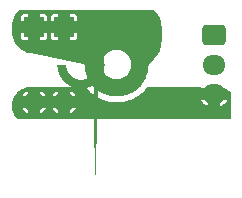
<source format=gbr>
%TF.GenerationSoftware,KiCad,Pcbnew,8.0.8*%
%TF.CreationDate,2025-02-20T21:47:34+11:00*%
%TF.ProjectId,Hotglue Switch,486f7467-6c75-4652-9053-77697463682e,rev?*%
%TF.SameCoordinates,Original*%
%TF.FileFunction,Copper,L2,Bot*%
%TF.FilePolarity,Positive*%
%FSLAX46Y46*%
G04 Gerber Fmt 4.6, Leading zero omitted, Abs format (unit mm)*
G04 Created by KiCad (PCBNEW 8.0.8) date 2025-02-20 21:47:34*
%MOMM*%
%LPD*%
G01*
G04 APERTURE LIST*
G04 Aperture macros list*
%AMRoundRect*
0 Rectangle with rounded corners*
0 $1 Rounding radius*
0 $2 $3 $4 $5 $6 $7 $8 $9 X,Y pos of 4 corners*
0 Add a 4 corners polygon primitive as box body*
4,1,4,$2,$3,$4,$5,$6,$7,$8,$9,$2,$3,0*
0 Add four circle primitives for the rounded corners*
1,1,$1+$1,$2,$3*
1,1,$1+$1,$4,$5*
1,1,$1+$1,$6,$7*
1,1,$1+$1,$8,$9*
0 Add four rect primitives between the rounded corners*
20,1,$1+$1,$2,$3,$4,$5,0*
20,1,$1+$1,$4,$5,$6,$7,0*
20,1,$1+$1,$6,$7,$8,$9,0*
20,1,$1+$1,$8,$9,$2,$3,0*%
%AMFreePoly0*
4,1,85,-1.240370,1.979643,-0.961535,1.918986,-0.694170,1.819264,-0.443718,1.682507,-0.215279,1.511499,-0.013501,1.309721,0.157507,1.081282,0.294264,0.830830,0.393986,0.563465,0.454643,0.284630,0.475000,0.000000,0.454643,-0.284630,0.393986,-0.563465,0.294264,-0.830830,0.157507,-1.081282,-0.013501,-1.309721,-0.215279,-1.511499,-0.443718,-1.682507,-0.694170,-1.819264,-0.961535,-1.918986,
-1.240370,-1.979643,-1.525000,-2.000000,-1.809630,-1.979643,-2.088465,-1.918986,-2.355830,-1.819264,-2.606282,-1.682507,-2.834721,-1.511499,-3.036499,-1.309721,-3.207507,-1.081282,-3.344264,-0.830830,-3.443986,-0.563465,-3.504643,-0.284630,-3.525000,0.000000,-2.779775,0.000000,-2.760712,-0.217889,-2.704103,-0.429158,-2.611667,-0.627388,-2.486213,-0.806554,-2.331554,-0.961213,-2.152388,-1.086667,
-1.954158,-1.179103,-1.742889,-1.235712,-1.525000,-1.254775,-1.307111,-1.235712,-1.095842,-1.179103,-0.897612,-1.086667,-0.718446,-0.961213,-0.563787,-0.806554,-0.438333,-0.627388,-0.345897,-0.429158,-0.289288,-0.217889,-0.271683,-0.016674,-0.275000,0.000000,-0.271683,0.016674,-0.289288,0.217889,-0.345897,0.429158,-0.438333,0.627387,-0.563787,0.806554,-0.718446,0.961213,-0.897612,1.086667,
-1.095842,1.179103,-1.307111,1.235712,-1.525000,1.254775,-1.742889,1.235712,-1.954158,1.179103,-2.152387,1.086667,-2.331554,0.961213,-2.486213,0.806554,-2.611667,0.627387,-2.704103,0.429158,-2.760712,0.217889,-2.779775,0.000000,-3.525000,0.000000,-3.504643,0.284630,-3.443986,0.563465,-3.344264,0.830830,-3.207507,1.081282,-3.036499,1.309721,-2.834721,1.511499,-2.606282,1.682507,
-2.355830,1.819264,-2.088465,1.918986,-1.809630,1.979643,-1.525000,2.000000,-1.240370,1.979643,-1.240370,1.979643,$1*%
G04 Aperture macros list end*
%TA.AperFunction,ComponentPad*%
%ADD10R,1.700000X1.700000*%
%TD*%
%TA.AperFunction,ComponentPad*%
%ADD11O,1.700000X1.700000*%
%TD*%
%TA.AperFunction,ComponentPad*%
%ADD12RoundRect,0.250000X-0.725000X0.600000X-0.725000X-0.600000X0.725000X-0.600000X0.725000X0.600000X0*%
%TD*%
%TA.AperFunction,ComponentPad*%
%ADD13O,1.950000X1.700000*%
%TD*%
%TA.AperFunction,SMDPad,CuDef*%
%ADD14C,0.550000*%
%TD*%
%TA.AperFunction,SMDPad,CuDef*%
%ADD15FreePoly0,180.000000*%
%TD*%
%TA.AperFunction,ViaPad*%
%ADD16C,0.800000*%
%TD*%
%TA.AperFunction,Conductor*%
%ADD17C,1.000000*%
%TD*%
G04 APERTURE END LIST*
D10*
%TO.P,J8,1,Pin_1*%
%TO.N,/BATT SWITCH*%
X73655000Y-47625000D03*
%TO.P,J8,2,Pin_2*%
X76195000Y-47625000D03*
%TD*%
D11*
%TO.P,J9,1,Pin_1*%
%TO.N,-BATT*%
X73655000Y-53975000D03*
%TO.P,J9,2,Pin_2*%
X76195000Y-53975000D03*
%TD*%
D12*
%TO.P,J3,1,Pin_1*%
%TO.N,+BATT*%
X88900000Y-48300000D03*
D13*
%TO.P,J3,2,Pin_2*%
%TO.N,/3.7V*%
X88900000Y-50800000D03*
%TO.P,J3,3,Pin_3*%
%TO.N,-BATT*%
X88900000Y-53300000D03*
%TD*%
D14*
%TO.P,H4,1,1*%
%TO.N,/BATT SWITCH*%
X82170000Y-50800000D03*
X80645000Y-52325000D03*
X80645000Y-49275000D03*
D15*
X79120000Y-50800000D03*
%TD*%
D16*
%TO.N,/BATT SWITCH*%
X83820000Y-48920000D03*
%TD*%
D17*
%TO.N,/BATT SWITCH*%
X83690000Y-49050000D02*
X80645000Y-49050000D01*
X83820000Y-48920000D02*
X83690000Y-49050000D01*
%TD*%
%TA.AperFunction,Conductor*%
%TO.N,/BATT SWITCH*%
G36*
X83847065Y-46234852D02*
G01*
X83987220Y-46375007D01*
X83991799Y-46380290D01*
X84150491Y-46592278D01*
X84154270Y-46598160D01*
X84281166Y-46830552D01*
X84284071Y-46836911D01*
X84376610Y-47085019D01*
X84378579Y-47091727D01*
X84434864Y-47350465D01*
X84435859Y-47357385D01*
X84454875Y-47623252D01*
X84455000Y-47626748D01*
X84455000Y-48777401D01*
X84454874Y-48780918D01*
X84434651Y-49061972D01*
X84433644Y-49068932D01*
X84373773Y-49342466D01*
X84371780Y-49349211D01*
X84273366Y-49611358D01*
X84270428Y-49617748D01*
X84135496Y-49863108D01*
X84131673Y-49869011D01*
X83961949Y-50093929D01*
X83959737Y-50096650D01*
X83764551Y-50319973D01*
X83452283Y-50677252D01*
X83452281Y-50677254D01*
X83345000Y-50800000D01*
X83325314Y-50474551D01*
X83266543Y-50153848D01*
X83169544Y-49842567D01*
X83035731Y-49545247D01*
X82867056Y-49266225D01*
X82665979Y-49009569D01*
X82435431Y-48779021D01*
X82178775Y-48577944D01*
X81899753Y-48409269D01*
X81602433Y-48275456D01*
X81291152Y-48178457D01*
X80970449Y-48119686D01*
X80645000Y-48100000D01*
X80319551Y-48119686D01*
X79998848Y-48178457D01*
X79687567Y-48275456D01*
X79390247Y-48409269D01*
X79111225Y-48577944D01*
X78854569Y-48779021D01*
X78624021Y-49009569D01*
X78422944Y-49266225D01*
X78254269Y-49545247D01*
X78120456Y-49842567D01*
X78023457Y-50153848D01*
X77964686Y-50474551D01*
X77945000Y-50800000D01*
X77785306Y-50767235D01*
X77785305Y-50767235D01*
X77785303Y-50767234D01*
X77785302Y-50767234D01*
X73354686Y-49858207D01*
X73351427Y-49857422D01*
X73092755Y-49785614D01*
X73086437Y-49783384D01*
X72924204Y-49713330D01*
X72841539Y-49677634D01*
X72835593Y-49674568D01*
X72607403Y-49536394D01*
X72601922Y-49532540D01*
X72559456Y-49498107D01*
X72394709Y-49364524D01*
X72389816Y-49359968D01*
X72207463Y-49165259D01*
X72203235Y-49160075D01*
X72049148Y-48942308D01*
X72045667Y-48936598D01*
X71922725Y-48699843D01*
X71920056Y-48693710D01*
X71850941Y-48499629D01*
X72555000Y-48499629D01*
X72569503Y-48572542D01*
X72624759Y-48655240D01*
X72707457Y-48710496D01*
X72780370Y-48724999D01*
X72780376Y-48725000D01*
X73155000Y-48725000D01*
X74155000Y-48725000D01*
X74529624Y-48725000D01*
X74529629Y-48724999D01*
X74602542Y-48710496D01*
X74685240Y-48655240D01*
X74740496Y-48572542D01*
X74754999Y-48499629D01*
X75095000Y-48499629D01*
X75109503Y-48572542D01*
X75164759Y-48655240D01*
X75247457Y-48710496D01*
X75320370Y-48724999D01*
X75320376Y-48725000D01*
X75695000Y-48725000D01*
X76695000Y-48725000D01*
X77069624Y-48725000D01*
X77069629Y-48724999D01*
X77142542Y-48710496D01*
X77225240Y-48655240D01*
X77280496Y-48572542D01*
X77294999Y-48499629D01*
X77295000Y-48499624D01*
X77295000Y-48125000D01*
X76695000Y-48125000D01*
X76695000Y-48725000D01*
X75695000Y-48725000D01*
X75695000Y-48125000D01*
X75095000Y-48125000D01*
X75095000Y-48499629D01*
X74754999Y-48499629D01*
X74755000Y-48499624D01*
X74755000Y-48125000D01*
X74155000Y-48125000D01*
X74155000Y-48725000D01*
X73155000Y-48725000D01*
X73155000Y-48125000D01*
X72555000Y-48125000D01*
X72555000Y-48499629D01*
X71850941Y-48499629D01*
X71830562Y-48442402D01*
X71828753Y-48435957D01*
X71774381Y-48174799D01*
X71773467Y-48168162D01*
X71770509Y-48125000D01*
X71755115Y-47900357D01*
X71755000Y-47897007D01*
X71755000Y-47626748D01*
X71755125Y-47623252D01*
X71759708Y-47559174D01*
X73155000Y-47559174D01*
X73155000Y-47690826D01*
X73189075Y-47817993D01*
X73254901Y-47932007D01*
X73347993Y-48025099D01*
X73462007Y-48090925D01*
X73589174Y-48125000D01*
X73720826Y-48125000D01*
X73847993Y-48090925D01*
X73962007Y-48025099D01*
X74055099Y-47932007D01*
X74120925Y-47817993D01*
X74155000Y-47690826D01*
X74155000Y-47559174D01*
X75695000Y-47559174D01*
X75695000Y-47690826D01*
X75729075Y-47817993D01*
X75794901Y-47932007D01*
X75887993Y-48025099D01*
X76002007Y-48090925D01*
X76129174Y-48125000D01*
X76260826Y-48125000D01*
X76387993Y-48090925D01*
X76502007Y-48025099D01*
X76595099Y-47932007D01*
X76660925Y-47817993D01*
X76695000Y-47690826D01*
X76695000Y-47559174D01*
X76660925Y-47432007D01*
X76595099Y-47317993D01*
X76502007Y-47224901D01*
X76387993Y-47159075D01*
X76260826Y-47125000D01*
X76695000Y-47125000D01*
X77295000Y-47125000D01*
X77295000Y-46750376D01*
X77294999Y-46750370D01*
X77280496Y-46677457D01*
X77225240Y-46594759D01*
X77142542Y-46539503D01*
X77069629Y-46525000D01*
X76695000Y-46525000D01*
X76695000Y-47125000D01*
X76260826Y-47125000D01*
X76129174Y-47125000D01*
X76002007Y-47159075D01*
X75887993Y-47224901D01*
X75794901Y-47317993D01*
X75729075Y-47432007D01*
X75695000Y-47559174D01*
X74155000Y-47559174D01*
X74120925Y-47432007D01*
X74055099Y-47317993D01*
X73962007Y-47224901D01*
X73847993Y-47159075D01*
X73720826Y-47125000D01*
X74155000Y-47125000D01*
X74755000Y-47125000D01*
X74755000Y-46750376D01*
X74754999Y-46750370D01*
X75095000Y-46750370D01*
X75095000Y-47125000D01*
X75695000Y-47125000D01*
X75695000Y-46525000D01*
X75320370Y-46525000D01*
X75247457Y-46539503D01*
X75164759Y-46594759D01*
X75109503Y-46677457D01*
X75095000Y-46750370D01*
X74754999Y-46750370D01*
X74740496Y-46677457D01*
X74685240Y-46594759D01*
X74602542Y-46539503D01*
X74529629Y-46525000D01*
X74155000Y-46525000D01*
X74155000Y-47125000D01*
X73720826Y-47125000D01*
X73589174Y-47125000D01*
X73462007Y-47159075D01*
X73347993Y-47224901D01*
X73254901Y-47317993D01*
X73189075Y-47432007D01*
X73155000Y-47559174D01*
X71759708Y-47559174D01*
X71774140Y-47357385D01*
X71775135Y-47350465D01*
X71831420Y-47091727D01*
X71833389Y-47085019D01*
X71925932Y-46836902D01*
X71928828Y-46830562D01*
X71972616Y-46750370D01*
X72555000Y-46750370D01*
X72555000Y-47125000D01*
X73155000Y-47125000D01*
X73155000Y-46525000D01*
X72780370Y-46525000D01*
X72707457Y-46539503D01*
X72624759Y-46594759D01*
X72569503Y-46677457D01*
X72555000Y-46750370D01*
X71972616Y-46750370D01*
X72055733Y-46598153D01*
X72059503Y-46592285D01*
X72218206Y-46380281D01*
X72222772Y-46375014D01*
X72362935Y-46234852D01*
X72397583Y-46220500D01*
X83812417Y-46220500D01*
X83847065Y-46234852D01*
G37*
%TD.AperFunction*%
%TD*%
%TA.AperFunction,Conductor*%
%TO.N,-BATT*%
G36*
X78082902Y-52719352D02*
G01*
X78087720Y-52724959D01*
X78089918Y-52727946D01*
X78094221Y-52733709D01*
X78094257Y-52733757D01*
X78094297Y-52733810D01*
X78095134Y-52734914D01*
X78097318Y-52737747D01*
X78100042Y-52741282D01*
X78125453Y-52773715D01*
X78125457Y-52773720D01*
X78151060Y-52806401D01*
X78155869Y-52812442D01*
X78155910Y-52812493D01*
X78156840Y-52813643D01*
X78161571Y-52819406D01*
X78237482Y-52910493D01*
X78247417Y-52922056D01*
X78249380Y-52924272D01*
X78259695Y-52935567D01*
X78340992Y-53021930D01*
X78346370Y-53027556D01*
X78347401Y-53028618D01*
X78352656Y-53033950D01*
X78411049Y-53092343D01*
X78416381Y-53097598D01*
X78417443Y-53098629D01*
X78423069Y-53104007D01*
X78509432Y-53185304D01*
X78520727Y-53195619D01*
X78522943Y-53197582D01*
X78534506Y-53207517D01*
X78625593Y-53283428D01*
X78625626Y-53283455D01*
X78631322Y-53288131D01*
X78631357Y-53288159D01*
X78631396Y-53288191D01*
X78632545Y-53289120D01*
X78632601Y-53289164D01*
X78632604Y-53289167D01*
X78638593Y-53293935D01*
X78655913Y-53307504D01*
X78655915Y-53307507D01*
X78686895Y-53331778D01*
X78703728Y-53344966D01*
X78710084Y-53349864D01*
X78710972Y-53350537D01*
X78711222Y-53350727D01*
X78717023Y-53355060D01*
X78744053Y-53374948D01*
X78759693Y-53386456D01*
X78812518Y-53425325D01*
X78824922Y-53434167D01*
X78827357Y-53435848D01*
X78840075Y-53444346D01*
X78883933Y-53472703D01*
X78883950Y-53472715D01*
X78885176Y-53473508D01*
X78885179Y-53473510D01*
X78927340Y-53500769D01*
X78939710Y-53508767D01*
X78946079Y-53512818D01*
X78947101Y-53513458D01*
X78953805Y-53517581D01*
X79000875Y-53546036D01*
X79000891Y-53546046D01*
X79001204Y-53546235D01*
X79024581Y-53560366D01*
X79031007Y-53564186D01*
X79032256Y-53564916D01*
X79039001Y-53568789D01*
X79142333Y-53627069D01*
X79155828Y-53634412D01*
X79158449Y-53635787D01*
X79171993Y-53642635D01*
X79278610Y-53694547D01*
X79285517Y-53697845D01*
X79286858Y-53698473D01*
X79291078Y-53700411D01*
X79293775Y-53701650D01*
X79341533Y-53723144D01*
X79369098Y-53735550D01*
X79376119Y-53738646D01*
X79377478Y-53739233D01*
X79379615Y-53740137D01*
X79384480Y-53742196D01*
X79494017Y-53787567D01*
X79494041Y-53787576D01*
X79494047Y-53787579D01*
X79508147Y-53793173D01*
X79510564Y-53794090D01*
X79510940Y-53794233D01*
X79522370Y-53798372D01*
X79525363Y-53799456D01*
X79637488Y-53838148D01*
X79644996Y-53840673D01*
X79646400Y-53841133D01*
X79653398Y-53843370D01*
X79707809Y-53860325D01*
X79709258Y-53860777D01*
X79722995Y-53865056D01*
X79732303Y-53867957D01*
X79739541Y-53870153D01*
X79740906Y-53870556D01*
X79748293Y-53872676D01*
X79800979Y-53887364D01*
X79800982Y-53887365D01*
X79801567Y-53887528D01*
X79862541Y-53904526D01*
X79877212Y-53908379D01*
X79880086Y-53909088D01*
X79895070Y-53912544D01*
X79931379Y-53920337D01*
X79931380Y-53920338D01*
X79948317Y-53923973D01*
X79948317Y-53923974D01*
X80011087Y-53937448D01*
X80018807Y-53939042D01*
X80020178Y-53939314D01*
X80027422Y-53940696D01*
X80067532Y-53948047D01*
X80067591Y-53948059D01*
X80108692Y-53955591D01*
X80116076Y-53956887D01*
X80117477Y-53957122D01*
X80117511Y-53957127D01*
X80117562Y-53957136D01*
X80125216Y-53958361D01*
X80242466Y-53976206D01*
X80257570Y-53978272D01*
X80260509Y-53978629D01*
X80275719Y-53980244D01*
X80393813Y-53990975D01*
X80401284Y-53991598D01*
X80402759Y-53991710D01*
X80410507Y-53992238D01*
X80477070Y-53996265D01*
X80477075Y-53996266D01*
X80493012Y-53997230D01*
X80493119Y-53997235D01*
X80493141Y-53997237D01*
X80495702Y-53997372D01*
X80500579Y-53997631D01*
X80501562Y-53997675D01*
X80502005Y-53997696D01*
X80502028Y-53997696D01*
X80502031Y-53997697D01*
X80509721Y-53997987D01*
X80628256Y-54001568D01*
X80628287Y-54001568D01*
X80628305Y-54001569D01*
X80643493Y-54001799D01*
X80643520Y-54001799D01*
X80646507Y-54001799D01*
X80661695Y-54001569D01*
X80661711Y-54001568D01*
X80661745Y-54001568D01*
X80780279Y-53997987D01*
X80787983Y-53997696D01*
X80789434Y-53997630D01*
X80796986Y-53997230D01*
X80812923Y-53996266D01*
X80812928Y-53996265D01*
X80879492Y-53992238D01*
X80887240Y-53991710D01*
X80888715Y-53991598D01*
X80896186Y-53990975D01*
X81014280Y-53980244D01*
X81029490Y-53978629D01*
X81032429Y-53978272D01*
X81047533Y-53976206D01*
X81164783Y-53958361D01*
X81172437Y-53957136D01*
X81172507Y-53957124D01*
X81172521Y-53957122D01*
X81173922Y-53956887D01*
X81181282Y-53955595D01*
X81192424Y-53953553D01*
X81221915Y-53948149D01*
X81221930Y-53948146D01*
X81262578Y-53940696D01*
X81269820Y-53939314D01*
X81271191Y-53939042D01*
X81278907Y-53937448D01*
X81328115Y-53926885D01*
X81328120Y-53926885D01*
X81330645Y-53926343D01*
X81330647Y-53926343D01*
X81394931Y-53912544D01*
X81394965Y-53912536D01*
X81394975Y-53912534D01*
X81409863Y-53909100D01*
X81409891Y-53909092D01*
X81409913Y-53909088D01*
X81412787Y-53908379D01*
X81427462Y-53904525D01*
X81502936Y-53883484D01*
X81502935Y-53883483D01*
X81530028Y-53875931D01*
X81530030Y-53875929D01*
X81535982Y-53874270D01*
X81541604Y-53872704D01*
X81541633Y-53872695D01*
X81541700Y-53872677D01*
X81549092Y-53870556D01*
X81550457Y-53870153D01*
X81557689Y-53867959D01*
X81580734Y-53860779D01*
X81580756Y-53860772D01*
X81611714Y-53851125D01*
X81611713Y-53851124D01*
X81636594Y-53843372D01*
X81636671Y-53843347D01*
X81636850Y-53843291D01*
X81637711Y-53843022D01*
X81637755Y-53843000D01*
X81643703Y-53841099D01*
X81645109Y-53840638D01*
X81652511Y-53838148D01*
X81763060Y-53800000D01*
X87795204Y-53800000D01*
X87834196Y-53876524D01*
X87935968Y-54016603D01*
X87935972Y-54016608D01*
X88058392Y-54139028D01*
X88058396Y-54139031D01*
X88198469Y-54240800D01*
X88198472Y-54240802D01*
X88352750Y-54319411D01*
X88400000Y-54334763D01*
X88400000Y-54334762D01*
X89400000Y-54334762D01*
X89447249Y-54319411D01*
X89601527Y-54240802D01*
X89601530Y-54240800D01*
X89741603Y-54139031D01*
X89741608Y-54139028D01*
X89864028Y-54016608D01*
X89864031Y-54016603D01*
X89965803Y-53876524D01*
X90004796Y-53800000D01*
X89400000Y-53800000D01*
X89400000Y-54334762D01*
X88400000Y-54334762D01*
X88400000Y-53800000D01*
X87795204Y-53800000D01*
X81763060Y-53800000D01*
X81764636Y-53799456D01*
X81774622Y-53795839D01*
X81779058Y-53794233D01*
X81779070Y-53794228D01*
X81779085Y-53794223D01*
X81781852Y-53793173D01*
X81795952Y-53787579D01*
X81826321Y-53775000D01*
X81905518Y-53742196D01*
X81907566Y-53741328D01*
X81912521Y-53739233D01*
X81913880Y-53738646D01*
X81920901Y-53735550D01*
X81996221Y-53701651D01*
X82003141Y-53698473D01*
X82004482Y-53697845D01*
X82011389Y-53694547D01*
X82118006Y-53642635D01*
X82131550Y-53635787D01*
X82134171Y-53634412D01*
X82147666Y-53627069D01*
X82250998Y-53568789D01*
X82251031Y-53568769D01*
X82251102Y-53568730D01*
X82257599Y-53564999D01*
X82257650Y-53564970D01*
X82258927Y-53564224D01*
X82265841Y-53560111D01*
X82266154Y-53559921D01*
X82266159Y-53559930D01*
X82266233Y-53559873D01*
X82288795Y-53546235D01*
X82288964Y-53546133D01*
X82289000Y-53546110D01*
X82336230Y-53517558D01*
X82342865Y-53513477D01*
X82343974Y-53512783D01*
X82350277Y-53508773D01*
X82389066Y-53483694D01*
X82389067Y-53483694D01*
X82449919Y-53444350D01*
X82462642Y-53435848D01*
X82465077Y-53434167D01*
X82477481Y-53425325D01*
X82545946Y-53374948D01*
X82545951Y-53374944D01*
X82573005Y-53355037D01*
X82578865Y-53350660D01*
X82579970Y-53349822D01*
X82586265Y-53344969D01*
X82624528Y-53314992D01*
X82624542Y-53314982D01*
X82625958Y-53313871D01*
X82637562Y-53304781D01*
X82637561Y-53304780D01*
X82646044Y-53298135D01*
X82651372Y-53293962D01*
X82651478Y-53293877D01*
X82651635Y-53293754D01*
X82654039Y-53291870D01*
X82654601Y-53291390D01*
X82657493Y-53289089D01*
X82658643Y-53288159D01*
X82664406Y-53283428D01*
X82719558Y-53237465D01*
X88425000Y-53237465D01*
X88425000Y-53362535D01*
X88457370Y-53483343D01*
X88519905Y-53591657D01*
X88608343Y-53680095D01*
X88716657Y-53742630D01*
X88837465Y-53775000D01*
X88962535Y-53775000D01*
X89083343Y-53742630D01*
X89191657Y-53680095D01*
X89280095Y-53591657D01*
X89342630Y-53483343D01*
X89375000Y-53362535D01*
X89375000Y-53237465D01*
X89342630Y-53116657D01*
X89280095Y-53008343D01*
X89191657Y-52919905D01*
X89083343Y-52857370D01*
X88962535Y-52825000D01*
X88837465Y-52825000D01*
X88716657Y-52857370D01*
X88608343Y-52919905D01*
X88519905Y-53008343D01*
X88457370Y-53116657D01*
X88425000Y-53237465D01*
X82719558Y-53237465D01*
X82755493Y-53207517D01*
X82767056Y-53197582D01*
X82769272Y-53195619D01*
X82780567Y-53185304D01*
X82866930Y-53104007D01*
X82872556Y-53098629D01*
X82873618Y-53097598D01*
X82878950Y-53092343D01*
X82937343Y-53033950D01*
X82942598Y-53028618D01*
X82943629Y-53027556D01*
X82949007Y-53021930D01*
X83030304Y-52935567D01*
X83040619Y-52924272D01*
X83042582Y-52922056D01*
X83052517Y-52910493D01*
X83128428Y-52819406D01*
X83133159Y-52813643D01*
X83134089Y-52812493D01*
X83138962Y-52806372D01*
X83149781Y-52792562D01*
X83159468Y-52780198D01*
X83159476Y-52780187D01*
X83189969Y-52741265D01*
X83194822Y-52734970D01*
X83195660Y-52733865D01*
X83200037Y-52728005D01*
X83202278Y-52724960D01*
X83234372Y-52705558D01*
X83241745Y-52705000D01*
X87763649Y-52705000D01*
X87798297Y-52719352D01*
X87812649Y-52754000D01*
X87807308Y-52776246D01*
X87795205Y-52800000D01*
X89749835Y-52800000D01*
X89938210Y-52878027D01*
X90150609Y-53008186D01*
X90287324Y-53124951D01*
X90304349Y-53158364D01*
X90304500Y-53162209D01*
X90304500Y-55330500D01*
X90290148Y-55365148D01*
X90255500Y-55379500D01*
X72212210Y-55379500D01*
X72177562Y-55365148D01*
X72174950Y-55362323D01*
X72060689Y-55228540D01*
X72056170Y-55222320D01*
X71930041Y-55016497D01*
X71926550Y-55009645D01*
X71834174Y-54786627D01*
X71831798Y-54779315D01*
X71778317Y-54556553D01*
X71775443Y-54544584D01*
X71774243Y-54537003D01*
X71769363Y-54475000D01*
X72675144Y-54475000D01*
X72715752Y-54556553D01*
X72715755Y-54556557D01*
X72838604Y-54719237D01*
X72838607Y-54719240D01*
X72989257Y-54856576D01*
X73154999Y-54959200D01*
X73155000Y-54959200D01*
X74155000Y-54959200D01*
X74320742Y-54856576D01*
X74471392Y-54719240D01*
X74471395Y-54719237D01*
X74594244Y-54556557D01*
X74594247Y-54556553D01*
X74634855Y-54475000D01*
X75215144Y-54475000D01*
X75255752Y-54556553D01*
X75255755Y-54556557D01*
X75378604Y-54719237D01*
X75378607Y-54719240D01*
X75529257Y-54856576D01*
X75694999Y-54959200D01*
X75695000Y-54959200D01*
X76695000Y-54959200D01*
X76860742Y-54856576D01*
X77011392Y-54719240D01*
X77011395Y-54719237D01*
X77134244Y-54556557D01*
X77134247Y-54556553D01*
X77174855Y-54475000D01*
X76695000Y-54475000D01*
X76695000Y-54959200D01*
X75695000Y-54959200D01*
X75695000Y-54475000D01*
X75215144Y-54475000D01*
X74634855Y-54475000D01*
X74155000Y-54475000D01*
X74155000Y-54959200D01*
X73155000Y-54959200D01*
X73155000Y-54475000D01*
X72675144Y-54475000D01*
X71769363Y-54475000D01*
X71755302Y-54296337D01*
X71755302Y-54288662D01*
X71774243Y-54047994D01*
X71775443Y-54040417D01*
X71806952Y-53909174D01*
X73155000Y-53909174D01*
X73155000Y-54040826D01*
X73189075Y-54167993D01*
X73254901Y-54282007D01*
X73347993Y-54375099D01*
X73462007Y-54440925D01*
X73589174Y-54475000D01*
X73720826Y-54475000D01*
X73847993Y-54440925D01*
X73962007Y-54375099D01*
X74055099Y-54282007D01*
X74120925Y-54167993D01*
X74155000Y-54040826D01*
X74155000Y-53909174D01*
X75695000Y-53909174D01*
X75695000Y-54040826D01*
X75729075Y-54167993D01*
X75794901Y-54282007D01*
X75887993Y-54375099D01*
X76002007Y-54440925D01*
X76129174Y-54475000D01*
X76260826Y-54475000D01*
X76387993Y-54440925D01*
X76502007Y-54375099D01*
X76595099Y-54282007D01*
X76660925Y-54167993D01*
X76695000Y-54040826D01*
X76695000Y-53909174D01*
X76660925Y-53782007D01*
X76595099Y-53667993D01*
X76502007Y-53574901D01*
X76387993Y-53509075D01*
X76260826Y-53475000D01*
X76695000Y-53475000D01*
X77174856Y-53475000D01*
X77174855Y-53474999D01*
X77134247Y-53393446D01*
X77134244Y-53393442D01*
X77011395Y-53230762D01*
X77011392Y-53230759D01*
X76860741Y-53093422D01*
X76695000Y-52990797D01*
X76695000Y-53475000D01*
X76260826Y-53475000D01*
X76129174Y-53475000D01*
X76002007Y-53509075D01*
X75887993Y-53574901D01*
X75794901Y-53667993D01*
X75729075Y-53782007D01*
X75695000Y-53909174D01*
X74155000Y-53909174D01*
X74120925Y-53782007D01*
X74055099Y-53667993D01*
X73962007Y-53574901D01*
X73847993Y-53509075D01*
X73720826Y-53475000D01*
X74155000Y-53475000D01*
X74634856Y-53475000D01*
X74634855Y-53474999D01*
X75215144Y-53474999D01*
X75215144Y-53475000D01*
X75695000Y-53475000D01*
X75695000Y-52990798D01*
X75694999Y-52990797D01*
X75529258Y-53093422D01*
X75378607Y-53230759D01*
X75378604Y-53230762D01*
X75255755Y-53393442D01*
X75255752Y-53393446D01*
X75215144Y-53474999D01*
X74634855Y-53474999D01*
X74594247Y-53393446D01*
X74594244Y-53393442D01*
X74471395Y-53230762D01*
X74471392Y-53230759D01*
X74320741Y-53093422D01*
X74155000Y-52990797D01*
X74155000Y-53475000D01*
X73720826Y-53475000D01*
X73589174Y-53475000D01*
X73462007Y-53509075D01*
X73347993Y-53574901D01*
X73254901Y-53667993D01*
X73189075Y-53782007D01*
X73155000Y-53909174D01*
X71806952Y-53909174D01*
X71831798Y-53805681D01*
X71834174Y-53798372D01*
X71926554Y-53575346D01*
X71930036Y-53568510D01*
X71987340Y-53474999D01*
X72675144Y-53474999D01*
X72675144Y-53475000D01*
X73155000Y-53475000D01*
X73155000Y-52990798D01*
X73154999Y-52990797D01*
X72989258Y-53093422D01*
X72838607Y-53230759D01*
X72838604Y-53230762D01*
X72715755Y-53393442D01*
X72715752Y-53393446D01*
X72675144Y-53474999D01*
X71987340Y-53474999D01*
X72056177Y-53362669D01*
X72060682Y-53356468D01*
X72217468Y-53172894D01*
X72222894Y-53167468D01*
X72406468Y-53010682D01*
X72412669Y-53006177D01*
X72618510Y-52880036D01*
X72625346Y-52876554D01*
X72848374Y-52784173D01*
X72855681Y-52781798D01*
X73090417Y-52725443D01*
X73097996Y-52724243D01*
X73335410Y-52705558D01*
X73340582Y-52705151D01*
X73344426Y-52705000D01*
X78048254Y-52705000D01*
X78082902Y-52719352D01*
G37*
%TD.AperFunction*%
%TD*%
%TA.AperFunction,Conductor*%
%TO.N,/BATT SWITCH*%
G36*
X80970449Y-48119686D02*
G01*
X81291152Y-48178457D01*
X81602433Y-48275456D01*
X81899753Y-48409269D01*
X82178775Y-48577944D01*
X82435431Y-48779021D01*
X82665979Y-49009569D01*
X82867056Y-49266225D01*
X83035731Y-49545247D01*
X83169544Y-49842567D01*
X83266543Y-50153848D01*
X83325314Y-50474551D01*
X83345000Y-50800000D01*
X83335157Y-50962720D01*
X83335155Y-50962735D01*
X83332660Y-51003967D01*
X83332549Y-51005441D01*
X83321818Y-51123535D01*
X83321461Y-51126474D01*
X83303616Y-51243724D01*
X83303371Y-51245183D01*
X83288488Y-51326401D01*
X83288200Y-51327853D01*
X83263302Y-51443839D01*
X83262593Y-51446713D01*
X83230751Y-51560936D01*
X83230332Y-51562356D01*
X83205760Y-51641209D01*
X83205299Y-51642615D01*
X83166607Y-51754740D01*
X83165557Y-51757507D01*
X83120172Y-51867077D01*
X83119585Y-51868436D01*
X83085686Y-51943756D01*
X83085058Y-51945097D01*
X83033146Y-52051714D01*
X83031771Y-52054335D01*
X82973491Y-52157667D01*
X82972745Y-52158944D01*
X82930011Y-52229634D01*
X82929246Y-52230858D01*
X82864849Y-52330457D01*
X82863168Y-52332892D01*
X82812791Y-52401357D01*
X82792884Y-52428411D01*
X82792046Y-52429516D01*
X82761553Y-52468438D01*
X82751866Y-52480802D01*
X82741033Y-52494630D01*
X82740103Y-52495780D01*
X82664192Y-52586867D01*
X82662229Y-52589083D01*
X82580932Y-52675446D01*
X82579901Y-52676508D01*
X82521508Y-52734901D01*
X82520446Y-52735932D01*
X82434083Y-52817229D01*
X82431867Y-52819192D01*
X82340780Y-52895103D01*
X82339630Y-52896033D01*
X82325802Y-52906866D01*
X82313438Y-52916553D01*
X82274516Y-52947046D01*
X82273411Y-52947884D01*
X82246357Y-52967791D01*
X82177892Y-53018168D01*
X82175457Y-53019849D01*
X82114605Y-53059193D01*
X82075816Y-53084272D01*
X82074707Y-53084966D01*
X82027293Y-53113630D01*
X82004677Y-53127301D01*
X82003944Y-53127745D01*
X82002667Y-53128491D01*
X81899335Y-53186771D01*
X81896714Y-53188146D01*
X81790097Y-53240058D01*
X81788756Y-53240686D01*
X81713436Y-53274585D01*
X81712077Y-53275172D01*
X81602507Y-53320557D01*
X81599740Y-53321607D01*
X81487615Y-53360299D01*
X81486209Y-53360760D01*
X81461325Y-53368514D01*
X81430367Y-53378161D01*
X81407322Y-53385341D01*
X81405957Y-53385744D01*
X81367187Y-53396552D01*
X81291713Y-53417593D01*
X81288839Y-53418302D01*
X81224555Y-53432101D01*
X81172819Y-53443206D01*
X81171448Y-53443478D01*
X81130800Y-53450928D01*
X81090183Y-53458371D01*
X81088724Y-53458616D01*
X80971474Y-53476461D01*
X80968535Y-53476818D01*
X80850441Y-53487549D01*
X80848966Y-53487661D01*
X80782402Y-53491688D01*
X80766465Y-53492652D01*
X80765014Y-53492718D01*
X80646480Y-53496299D01*
X80643520Y-53496299D01*
X80524985Y-53492718D01*
X80523533Y-53492652D01*
X80507596Y-53491688D01*
X80441033Y-53487661D01*
X80439558Y-53487549D01*
X80321464Y-53476818D01*
X80318525Y-53476461D01*
X80201275Y-53458616D01*
X80199816Y-53458371D01*
X80159199Y-53450928D01*
X80118550Y-53443478D01*
X80117179Y-53443206D01*
X80054409Y-53429732D01*
X80001160Y-53418302D01*
X79998286Y-53417593D01*
X79937312Y-53400595D01*
X79884041Y-53385744D01*
X79882676Y-53385341D01*
X79859632Y-53378161D01*
X79803788Y-53360759D01*
X79802384Y-53360299D01*
X79690259Y-53321607D01*
X79687492Y-53320557D01*
X79577922Y-53275172D01*
X79576563Y-53274585D01*
X79501243Y-53240686D01*
X79499902Y-53240058D01*
X79393285Y-53188146D01*
X79390664Y-53186771D01*
X79287332Y-53128491D01*
X79286083Y-53127761D01*
X79262706Y-53113630D01*
X79215291Y-53084966D01*
X79214182Y-53084272D01*
X79159640Y-53049008D01*
X79114542Y-53019849D01*
X79112107Y-53018168D01*
X79059282Y-52979299D01*
X79016586Y-52947883D01*
X79015482Y-52947046D01*
X78976561Y-52916553D01*
X78950368Y-52896032D01*
X78949219Y-52895103D01*
X78858132Y-52819192D01*
X78855916Y-52817229D01*
X78769553Y-52735932D01*
X78768491Y-52734901D01*
X78710098Y-52676508D01*
X78709067Y-52675446D01*
X78627770Y-52589083D01*
X78625807Y-52586867D01*
X78549896Y-52495780D01*
X78548966Y-52494630D01*
X78528446Y-52468438D01*
X78497952Y-52429516D01*
X78497115Y-52428412D01*
X78426831Y-52332892D01*
X78425150Y-52330457D01*
X78402624Y-52295618D01*
X78360732Y-52230824D01*
X78360016Y-52229681D01*
X78317225Y-52158895D01*
X78316508Y-52157667D01*
X78258228Y-52054335D01*
X78256860Y-52051728D01*
X78204933Y-51945080D01*
X78204313Y-51943756D01*
X78170414Y-51868436D01*
X78169827Y-51867077D01*
X78124442Y-51757507D01*
X78123392Y-51754740D01*
X78119978Y-51744849D01*
X78084686Y-51642575D01*
X78084253Y-51641251D01*
X78059660Y-51562332D01*
X78059248Y-51560936D01*
X78029827Y-51455399D01*
X78027403Y-51446703D01*
X78026697Y-51443839D01*
X78001791Y-51327815D01*
X78001519Y-51326443D01*
X77986625Y-51245167D01*
X77986383Y-51243724D01*
X77968538Y-51126474D01*
X77968181Y-51123535D01*
X77957450Y-51005441D01*
X77957338Y-51003967D01*
X77954843Y-50962725D01*
X77945000Y-50800000D01*
X77950953Y-50701583D01*
X79394500Y-50701583D01*
X79394500Y-50898416D01*
X79425290Y-51092823D01*
X79425291Y-51092826D01*
X79486116Y-51280026D01*
X79575472Y-51455399D01*
X79575475Y-51455403D01*
X79575476Y-51455405D01*
X79691172Y-51614646D01*
X79691174Y-51614648D01*
X79691177Y-51614652D01*
X79830347Y-51753822D01*
X79830350Y-51753824D01*
X79830354Y-51753828D01*
X79989595Y-51869524D01*
X79989597Y-51869525D01*
X79989600Y-51869527D01*
X80135284Y-51943756D01*
X80164975Y-51958884D01*
X80352174Y-52019709D01*
X80546583Y-52050500D01*
X80546584Y-52050500D01*
X80743416Y-52050500D01*
X80743417Y-52050500D01*
X80937826Y-52019709D01*
X81125025Y-51958884D01*
X81300405Y-51869524D01*
X81459646Y-51753828D01*
X81598828Y-51614646D01*
X81714524Y-51455405D01*
X81803884Y-51280025D01*
X81864709Y-51092826D01*
X81895500Y-50898417D01*
X81895500Y-50701583D01*
X81864709Y-50507174D01*
X81803884Y-50319975D01*
X81714524Y-50144595D01*
X81598828Y-49985354D01*
X81598824Y-49985350D01*
X81598822Y-49985347D01*
X81459652Y-49846177D01*
X81459653Y-49846177D01*
X81300399Y-49730472D01*
X81125026Y-49641116D01*
X80937826Y-49580291D01*
X80937823Y-49580290D01*
X80788482Y-49556637D01*
X80743417Y-49549500D01*
X80546583Y-49549500D01*
X80509998Y-49555294D01*
X80352176Y-49580290D01*
X80352173Y-49580291D01*
X80164973Y-49641116D01*
X79989600Y-49730472D01*
X79830347Y-49846177D01*
X79691177Y-49985347D01*
X79575472Y-50144600D01*
X79486116Y-50319973D01*
X79425291Y-50507173D01*
X79425290Y-50507176D01*
X79394500Y-50701583D01*
X77950953Y-50701583D01*
X77964686Y-50474551D01*
X78023457Y-50153848D01*
X78120456Y-49842567D01*
X78254269Y-49545247D01*
X78422944Y-49266225D01*
X78624021Y-49009569D01*
X78854569Y-48779021D01*
X79111225Y-48577944D01*
X79390247Y-48409269D01*
X79687567Y-48275456D01*
X79998848Y-48178457D01*
X80319551Y-48119686D01*
X80645000Y-48100000D01*
X80970449Y-48119686D01*
G37*
%TD.AperFunction*%
%TD*%
M02*

</source>
